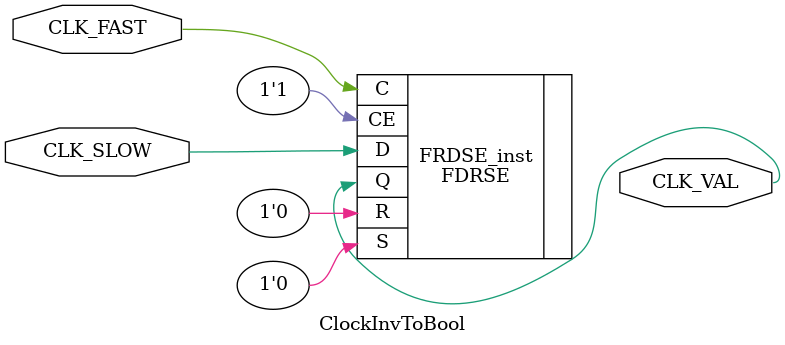
<source format=v>
/*
 * This file is protected by Copyright. Please refer to the COPYRIGHT file
 * distributed with this source distribution.
 *
 * This file is part of OpenCPI <http://www.opencpi.org>
 *
 * OpenCPI is free software: you can redistribute it and/or modify it under the
 * terms of the GNU Lesser General Public License as published by the Free
 * Software Foundation, either version 3 of the License, or (at your option) any
 * later version.
 *
 * OpenCPI is distributed in the hope that it will be useful, but WITHOUT ANY
 * WARRANTY; without even the implied warranty of MERCHANTABILITY or FITNESS FOR
 * A PARTICULAR PURPOSE. See the GNU Lesser General Public License for more
 * details.
 *
 * You should have received a copy of the GNU Lesser General Public License
 * along with this program. If not, see <http://www.gnu.org/licenses/>.
 */

// ClockInvToBool.v
// Copyright (c) 2010 Atomic Rules LLC, ALL RIGHTS RESERVED
// 2010-02-05 ssiegel Creation
// 2010-02-06 ssiegel Flop added
//
module ClockInvToBool(
  input  CLK_SLOW,
  input  CLK_FAST,
  output CLK_VAL);

FDRSE#(.INIT(1'b0)) FRDSE_inst (.Q(CLK_VAL), .C(CLK_FAST), .CE(1'b1), .D(CLK_SLOW), .R(1'b0), .S(1'b0));

  // Without the flop, invert the slow clock
  //wire      CLK_VAL;
  //assign    CLK_VAL = !CLK_SLOW;
endmodule

</source>
